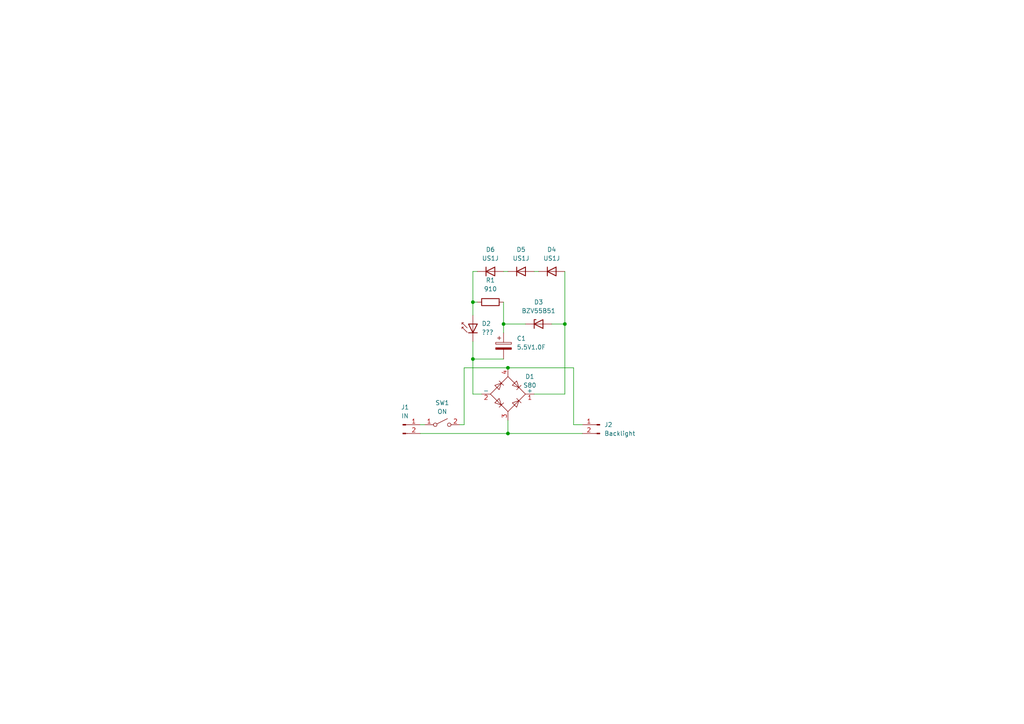
<source format=kicad_sch>
(kicad_sch (version 20211123) (generator eeschema)
  (paper "A4")
  (title_block (title "Busch & Müller Lumotec Lyt BN plus"))
  (lib_symbols
    (symbol "Connector:Conn_01x02_Male" (pin_names (offset 1.016) hide)
      (property "Reference" "J" (at 0 2.54 0))
      (property "Value" "Conn_01x02_Male" (at 0 -5.08 0))
      (symbol "Conn_01x02_Male_1_1"
        (polyline (pts (xy 1.27 -2.54) (xy 0.8636 -2.54)) (stroke (width 0.1524)))
        (polyline (pts (xy 1.27 0) (xy 0.8636 0)) (stroke (width 0.1524)))
        (rectangle (start 0.8636 -2.413) (end 0 -2.667) (stroke (width 0.1524)) (fill (type outline)))
        (rectangle (start 0.8636 0.127) (end 0 -0.127) (stroke (width 0.1524)) (fill (type outline)))
        (pin passive line (at 5.08 0 180) (length 3.81) (name "Pin_1") (number "1"))
        (pin passive line (at 5.08 -2.54 180) (length 3.81) (name "Pin_2") (number "2"))
      )
    )
    (symbol "Device:C_Polarized" (pin_numbers hide) (pin_names (offset 0.254))
      (property "Reference" "C" (at 0.635 2.54 0))
      (property "Value" "C_Polarized" (at 0.635 -2.54 0))
      (symbol "C_Polarized_0_1"
        (rectangle (start -2.286 0.508) (end 2.286 1.016))
        (polyline (pts (xy -1.778 2.286) (xy -0.762 2.286)))
        (polyline (pts (xy -1.27 2.794) (xy -1.27 1.778)))
        (rectangle (start 2.286 -0.508) (end -2.286 -1.016) (fill (type outline)))
      )
      (symbol "C_Polarized_1_1"
        (pin passive line (at 0 3.81 270) (length 2.794) (name "~") (number "1"))
        (pin passive line (at 0 -3.81 90) (length 2.794) (name "~") (number "2"))
      )
    )
    (symbol "Device:R" (pin_numbers hide) (pin_names (offset 0))
      (property "Reference" "R" (at 2.032 0 90))
      (property "Value" "R" (at 0 0 90))
      (symbol "R_0_1"
        (rectangle (start -1.016 -2.54) (end 1.016 2.54) (stroke (width 0.254)))
      )
      (symbol "R_1_1"
        (pin passive line (at 0 3.81 270) (length 1.27) (name "~") (number "1"))
        (pin passive line (at 0 -3.81 90) (length 1.27) (name "~") (number "2"))
      )
    )
    (symbol "Diode:BZV55B51" (pin_numbers hide) (pin_names hide)
      (property "Reference" "D" (at 0 2.54 0))
      (property "Value" "BZV55B51" (at 0 -2.54 0))
      (symbol "BZV55B51_0_1"
        (polyline (pts (xy 1.27 0) (xy -1.27 0)))
        (polyline (pts (xy -1.27 -1.27) (xy -1.27 1.27) (xy -0.762 1.27)) (stroke (width 0.254)))
        (polyline (pts (xy 1.27 -1.27) (xy 1.27 1.27) (xy -1.27 0) (xy 1.27 -1.27)) (stroke (width 0.254)))
      )
      (symbol "BZV55B51_1_1"
        (pin passive line (at -3.81 0 0) (length 2.54) (name "K") (number "1"))
        (pin passive line (at 3.81 0 180) (length 2.54) (name "A") (number "2"))
      )
    )
    (symbol "Diode:US1J" (pin_numbers hide) (pin_names hide)
      (property "Reference" "D" (at 0 2.54 0))
      (property "Value" "US1J" (at 0 -2.54 0))
      (symbol "US1J_0_1"
        (polyline (pts (xy -1.27 1.27) (xy -1.27 -1.27)) (stroke (width 0.254)))
        (polyline (pts (xy 1.27 0) (xy -1.27 0)))
        (polyline (pts (xy 1.27 1.27) (xy 1.27 -1.27) (xy -1.27 0) (xy 1.27 1.27)) (stroke (width 0.254)))
      )
      (symbol "US1J_1_1"
        (pin passive line (at -3.81 0 0) (length 2.54) (name "K") (number "1"))
        (pin passive line (at 3.81 0 180) (length 2.54) (name "A") (number "2"))
      )
    )
    (symbol "Diode_Bridge:ABS2" (pin_names (offset 0))
      (property "Reference" "D" (at 2.54 6.985 0))
      (property "Value" "ABS2" (at 2.54 5.08 0))
      (symbol "ABS2_0_1"
        (polyline (pts (xy -2.54 3.81) (xy -1.27 2.54)))
        (polyline (pts (xy -1.27 -2.54) (xy -2.54 -3.81)))
        (polyline (pts (xy 2.54 -1.27) (xy 3.81 -2.54)))
        (polyline (pts (xy 2.54 1.27) (xy 3.81 2.54)))
        (polyline (pts (xy -3.81 2.54) (xy -2.54 1.27) (xy -1.905 3.175) (xy -3.81 2.54)))
        (polyline (pts (xy -2.54 -1.27) (xy -3.81 -2.54) (xy -1.905 -3.175) (xy -2.54 -1.27)))
        (polyline (pts (xy 1.27 2.54) (xy 2.54 3.81) (xy 3.175 1.905) (xy 1.27 2.54)))
        (polyline (pts (xy 3.175 -1.905) (xy 1.27 -2.54) (xy 2.54 -3.81) (xy 3.175 -1.905)))
        (polyline (pts (xy -5.08 0) (xy 0 -5.08) (xy 5.08 0) (xy 0 5.08) (xy -5.08 0)))
      )
      (symbol "ABS2_1_1"
        (pin passive line (at 7.62 0 180) (length 2.54) (name "+") (number "1"))
        (pin passive line (at -7.62 0 0) (length 2.54) (name "-") (number "2"))
        (pin passive line (at 0 -7.62 90) (length 2.54) (name "~") (number "3"))
        (pin passive line (at 0 7.62 270) (length 2.54) (name "~") (number "4"))
      )
    )
    (symbol "LED:LD271" (pin_numbers hide) (pin_names (offset 1.016) hide)
      (property "Reference" "D" (at 0.508 1.778 0))
      (property "Value" "LD271" (at -1.016 -2.794 0))
      (symbol "LD271_0_1"
        (polyline (pts (xy -2.54 1.27) (xy -2.54 -1.27)) (stroke (width 0.254)))
        (polyline (pts (xy 0 0) (xy -2.54 0)))
        (polyline (pts (xy 0.381 3.175) (xy -0.127 3.175)))
        (polyline (pts (xy -1.143 1.651) (xy 0.381 3.175) (xy 0.381 2.667)))
        (polyline (pts (xy 0 -1.27) (xy -2.54 0) (xy 0 1.27) (xy 0 -1.27)) (stroke (width 0.254)))
        (polyline (pts (xy -2.413 1.651) (xy -0.889 3.175) (xy -0.889 2.667) (xy -0.889 3.175) (xy -1.397 3.175)))
      )
      (symbol "LD271_1_1"
        (pin passive line (at -5.08 0 0) (length 2.54) (name "K") (number "1"))
        (pin passive line (at 2.54 0 180) (length 2.54) (name "A") (number "2"))
      )
    )
    (symbol "Switch:SW_SPST" (pin_names (offset 0) hide)
      (property "Reference" "SW" (at 0 3.175 0))
      (property "Value" "SW_SPST" (at 0 -2.54 0))
      (symbol "SW_SPST_0_0"
        (circle (center -2.032 0) (radius 0.508))
        (polyline (pts (xy -1.524 0.254) (xy 1.524 1.778)))
        (circle (center 2.032 0) (radius 0.508))
      )
      (symbol "SW_SPST_1_1"
        (pin passive line (at -5.08 0 0) (length 2.54) (name "A") (number "1"))
        (pin passive line (at 5.08 0 180) (length 2.54) (name "B") (number "2"))
      )
    )
  )
  (junction (at 163.83 93.98))
  (junction (at 147.32 125.73))
  (junction (at 146.05 93.98))
  (junction (at 137.16 104.14))
  (junction (at 137.16 87.63))
  (junction (at 147.32 106.68))
  (wire (pts (xy 156.21 78.74) (xy 154.94 78.74)))
  (wire (pts (xy 146.05 96.52) (xy 146.05 93.98)))
  (wire (pts (xy 147.32 78.74) (xy 146.05 78.74)))
  (wire (pts (xy 137.16 78.74) (xy 137.16 87.63)))
  (wire (pts (xy 147.32 106.68) (xy 134.62 106.68)))
  (wire (pts (xy 146.05 93.98) (xy 152.4 93.98)))
  (wire (pts (xy 147.32 106.68) (xy 166.37 106.68)))
  (wire (pts (xy 163.83 114.3) (xy 163.83 93.98)))
  (wire (pts (xy 134.62 123.19) (xy 133.35 123.19)))
  (wire (pts (xy 137.16 104.14) (xy 137.16 99.06)))
  (wire (pts (xy 121.92 125.73) (xy 147.32 125.73)))
  (wire (pts (xy 137.16 87.63) (xy 138.43 87.63)))
  (wire (pts (xy 134.62 106.68) (xy 134.62 123.19)))
  (wire (pts (xy 166.37 123.19) (xy 168.91 123.19)))
  (wire (pts (xy 137.16 114.3) (xy 137.16 104.14)))
  (wire (pts (xy 139.7 114.3) (xy 137.16 114.3)))
  (wire (pts (xy 138.43 78.74) (xy 137.16 78.74)))
  (wire (pts (xy 166.37 106.68) (xy 166.37 123.19)))
  (wire (pts (xy 146.05 93.98) (xy 146.05 87.63)))
  (wire (pts (xy 147.32 121.92) (xy 147.32 125.73)))
  (wire (pts (xy 163.83 93.98) (xy 160.02 93.98)))
  (wire (pts (xy 121.92 123.19) (xy 123.19 123.19)))
  (wire (pts (xy 137.16 104.14) (xy 146.05 104.14)))
  (wire (pts (xy 147.32 125.73) (xy 168.91 125.73)))
  (wire (pts (xy 163.83 93.98) (xy 163.83 78.74)))
  (wire (pts (xy 137.16 87.63) (xy 137.16 91.44)))
  (wire (pts (xy 154.94 114.3) (xy 163.83 114.3)))
  (symbol (lib_id "Diode_Bridge:ABS2") (at 147.32 114.3 0) (unit 1)
    (property "Reference" "D1" (at 153.67 109.22 0))
    (property "Value" "S80" (at 153.67 111.76 0))
    (property "Footprint" "Diode_SMD:Diode_Bridge_Diotec_ABS" (effects hide))
    (property "Datasheet" "https://diotec.com/tl_files/diotec/files/pdf/datasheets/abs2.pdf" (effects hide))
  )
  (symbol (lib_id "Connector:Conn_01x02_Male") (at 116.84 123.19 0) (unit 1)
    (property "Reference" "J1" (at 117.475 118.11 0))
    (property "Value" "IN" (at 117.475 120.65 0))
  )
  (symbol (lib_id "Diode:US1J") (at 151.13 78.74 0) (unit 1)
    (property "Reference" "D5" (at 151.13 72.39 0))
    (property "Value" "US1J" (at 151.13 74.93 0))
    (property "Footprint" "Diode_SMD:D_SMA" (effects hide))
    (property "Datasheet" "https://www.diodes.com/assets/Datasheets/ds16008.pdf" (effects hide))
  )
  (symbol (lib_id "Diode:BZV55B51") (at 156.21 93.98 0) (unit 1)
    (property "Reference" "D3" (at 156.21 87.63 0))
    (property "Value" "BZV55B51" (at 156.21 90.17 0))
    (property "Footprint" "Diode_SMD:D_MiniMELF" (effects hide))
    (property "Datasheet" "https://assets.nexperia.com/documents/data-sheet/BZV55_SER.pdf" (effects hide))
  )
  (symbol (lib_id "Diode:US1J") (at 142.24 78.74 0) (unit 1)
    (property "Reference" "D6" (at 142.24 72.39 0))
    (property "Value" "US1J" (at 142.24 74.93 0))
    (property "Footprint" "Diode_SMD:D_SMA" (effects hide))
    (property "Datasheet" "https://www.diodes.com/assets/Datasheets/ds16008.pdf" (effects hide))
  )
  (symbol (lib_id "Diode:US1J") (at 160.02 78.74 0) (unit 1)
    (property "Reference" "D4" (at 160.02 72.39 0))
    (property "Value" "US1J" (at 160.02 74.93 0))
    (property "Footprint" "Diode_SMD:D_SMA" (effects hide))
    (property "Datasheet" "https://www.diodes.com/assets/Datasheets/ds16008.pdf" (effects hide))
  )
  (symbol (lib_id "LED:LD271") (at 137.16 93.98 90) (unit 1)
    (property "Reference" "D2" (at 139.7 93.8529 90) (effects (justify right)))
    (property "Value" "???" (at 139.7 96.3929 90) (effects (justify right)))
    (property "Footprint" "LED_THT:LED_D5.0mm_IRGrey" (effects hide))
    (property "Datasheet" "http://www.alliedelec.com/m/d/40788c34903a719969df15f1fbea1056.pdf" (effects hide))
  )
  (symbol (lib_id "Device:R") (at 142.24 87.63 90) (unit 1)
    (property "Reference" "R1" (at 142.24 81.28 90))
    (property "Value" "910" (at 142.24 83.82 90))
  )
  (symbol (lib_id "Connector:Conn_01x02_Male") (at 173.99 123.19 0) (mirror y) (unit 1)
    (property "Reference" "J2" (at 175.26 123.1899 0) (effects (justify right)))
    (property "Value" "Backlight" (at 175.26 125.7299 0) (effects (justify right)))
  )
  (symbol (lib_id "Device:C_Polarized") (at 146.05 100.33 0) (unit 1)
    (property "Reference" "C1" (at 149.86 98.1709 0) (effects (justify left)))
    (property "Value" "5.5V1.0F" (at 149.86 100.7109 0) (effects (justify left)))
  )
  (symbol (lib_id "Switch:SW_SPST") (at 128.27 123.19 0) (unit 1)
    (property "Reference" "SW1" (at 128.27 116.84 0))
    (property "Value" "ON" (at 128.27 119.38 0))
  )
)
</source>
